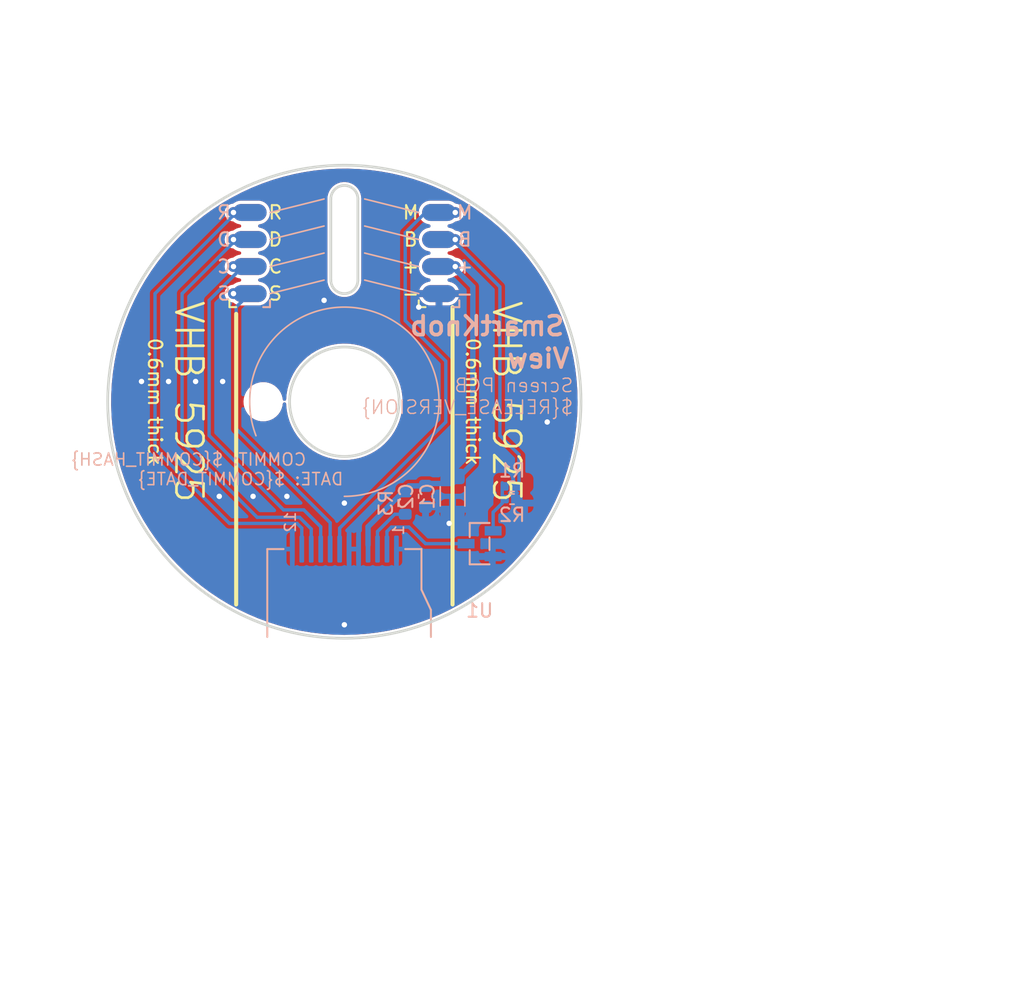
<source format=kicad_pcb>
(kicad_pcb (version 20221018) (generator pcbnew)
  (layers (0 "F.Cu" signal) (31 "B.Cu" signal) (34 "B.Paste" user) (35 "F.Paste" user) (36 "B.SilkS" user "B.Silkscreen") (37 "F.SilkS" user "F.Silkscreen") (38 "B.Mask" user) (39 "F.Mask" user) (44 "Edge.Cuts" user))
  (net 0 "")
  (net 1 "vcc")
  (net 2 "led_a")
  (net 3 "gnd")
  (net 4 "gate")
  (net 5 "led_k")
  (net 6 "backlight_en")
  (footprint "SolderPads:SolderPads_2mm_4" (layer "F.Cu") (at 156.6 102.6 90)
    (fp_text reference "J4" hide)
    (fp_text value "Conn_01x04")
    (fp_line (start -1 -1.5) (end -1 -1) (stroke (width 0.15)) (layer "F.SilkS"))
    (fp_line (start -0.5 -1.5) (end -1 -1.5) (stroke (width 0.15)) (layer "F.SilkS"))
    (pad "1" smd oval (at 0 0 90) (size 1.25 2.5) (layers "F.Cu" "F.Mask"))
    (pad "2" smd oval (at 2 0 90) (size 1.25 2.5) (layers "F.Cu" "F.Mask"))
    (pad "3" smd oval (at 4 0 90) (size 1.25 2.5) (layers "F.Cu" "F.Mask"))
    (pad "4" smd oval (at 6 0 90) (size 1.25 2.5) (layers "F.Cu" "F.Mask"))
  )
  (footprint "SolderPads:SolderPads_2mm_4" (layer "F.Cu") (at 142.6 102.6 90)
    (fp_text reference "J5" hide)
    (fp_text value "Conn_01x04")
    (fp_line (start -1 -1.5) (end -1 -1) (stroke (width 0.15)) (layer "F.SilkS"))
    (fp_line (start -0.5 -1.5) (end -1 -1.5) (stroke (width 0.15)) (layer "F.SilkS"))
    (pad "1" smd oval (at 0 0 90) (size 1.25 2.5) (layers "F.Cu" "F.Mask"))
    (pad "2" smd oval (at 2 0 90) (size 1.25 2.5) (layers "F.Cu" "F.Mask"))
    (pad "3" smd oval (at 4 0 90) (size 1.25 2.5) (layers "F.Cu" "F.Mask"))
    (pad "4" smd oval (at 6 0 90) (size 1.25 2.5) (layers "F.Cu" "F.Mask"))
  )
  (footprint "lib:R0402" (layer "B.Cu") (at 162 116.86 180)
    (fp_text reference "R1" (at 0 1.17) (layer "B.SilkS") (effects (justify mirror)))
    (fp_text value "62.5mW Thick Film Resistors ±100ppm/℃ ±1% 10kΩ 0402  Chip Resistor - Surface Mount ROHS")
    (fp_line (start -0.153641 -0.38) (end 0.153641 -0.38) (stroke (width 0.12)) (layer "B.SilkS"))
    (fp_line (start -0.153641 0.38) (end 0.153641 0.38) (stroke (width 0.12)) (layer "B.SilkS"))
    (pad "1" smd roundrect (at -0.51 0 180) (size 0.54 0.64) (layers "B.Cu" "B.Paste" "B.Mask") (net 6 "backlight_en"))
    (pad "2" smd roundrect (at 0.51 0 180) (size 0.54 0.64) (layers "B.Cu" "B.Paste" "B.Mask") (net 4 "gate"))
  )
  (footprint "lib:C0603" (layer "B.Cu") (at 155.6 117.6 -90)
    (fp_text reference "C2" (at 0 1.43 90) (layer "B.SilkS") (effects (justify mirror)))
    (fp_text value "50V 100nF X7R ±10% 0603  Multilayer Ceramic Capacitors MLCC - SMD/SMT ROHS")
    (fp_line (start -0.14058 -0.51) (end 0.14058 -0.51) (stroke (width 0.12)) (layer "B.SilkS"))
    (fp_line (start -0.14058 0.51) (end 0.14058 0.51) (stroke (width 0.12)) (layer "B.SilkS"))
    (pad "1" smd roundrect (at -0.775 0 270) (size 0.9 0.95) (layers "B.Cu" "B.Paste" "B.Mask") (net 1 "vcc"))
    (pad "2" smd roundrect (at 0.775 0 270) (size 0.9 0.95) (layers "B.Cu" "B.Paste" "B.Mask") (net 3 "gnd"))
  )
  (footprint "lib:R0402" (layer "B.Cu") (at 162 117.8)
    (fp_text reference "R2" (at 0 1.17) (layer "B.SilkS") (effects (justify mirror)))
    (fp_text value "62.5mW Thick Film Resistors ±100ppm/℃ ±1% 1MΩ 0402  Chip Resistor - Surface Mount ROHS")
    (fp_line (start -0.153641 -0.38) (end 0.153641 -0.38) (stroke (width 0.12)) (layer "B.SilkS"))
    (fp_line (start -0.153641 0.38) (end 0.153641 0.38) (stroke (width 0.12)) (layer "B.SilkS"))
    (pad "1" smd roundrect (at -0.51 0) (size 0.54 0.64) (layers "B.Cu" "B.Paste" "B.Mask") (net 4 "gate"))
    (pad "2" smd roundrect (at 0.51 0) (size 0.54 0.64) (layers "B.Cu" "B.Paste" "B.Mask") (net 3 "gnd"))
  )
  (footprint "LCD_GC9A01:GC9A01Round1.28" (layer "B.Cu") (at 149.6 121.5 90)
    (fp_text reference "J2" hide)
    (fp_text value "GC9A01")
    (fp_text user "12" (at 2 -4 90) (layer "B.SilkS") (effects (font (size 0.8 0.8) (thickness 0.12)) (justify mirror)))
    (fp_text user "1" (at 1.4 4 90) (layer "B.SilkS") (effects (font (size 0.8 0.8) (thickness 0.12)) (justify mirror)))
    (fp_line (start -6.5 6.4) (end -4.5 6.4) (stroke (width 0.15)) (layer "B.SilkS"))
    (fp_line (start -4.5 6.4) (end -3 5.7) (stroke (width 0.15)) (layer "B.SilkS"))
    (fp_line (start 0 -5.7) (end -6.5 -5.7) (stroke (width 0.15)) (layer "B.SilkS"))
    (fp_line (start 0 -5.7) (end 0 -4.5) (stroke (width 0.15)) (layer "B.SilkS"))
    (fp_line (start 0 5.7) (end -3 5.7) (stroke (width 0.15)) (layer "B.SilkS"))
    (fp_line (start 0 5.7) (end 0 4.5) (stroke (width 0.15)) (layer "B.SilkS"))
    (pad "1" smd roundrect (at 0 3.85 90) (size 2 0.35) (layers "B.Cu" "B.Paste" "B.Mask"))
    (pad "2" smd roundrect (at 0 3.15 90) (size 2 0.35) (layers "B.Cu" "B.Paste" "B.Mask"))
    (pad "3" smd roundrect (at 0 2.45 90) (size 2 0.35) (layers "B.Cu" "B.Paste" "B.Mask"))
    (pad "4" smd roundrect (at 0 1.75 90) (size 2 0.35) (layers "B.Cu" "B.Paste" "B.Mask"))
    (pad "5" smd roundrect (at 0 1.05 90) (size 2 0.35) (layers "B.Cu" "B.Paste" "B.Mask"))
    (pad "6" smd roundrect (at 0 0.35 90) (size 2 0.35) (layers "B.Cu" "B.Paste" "B.Mask"))
    (pad "7" smd roundrect (at 0 -0.35 90) (size 2 0.35) (layers "B.Cu" "B.Paste" "B.Mask"))
    (pad "8" smd roundrect (at 0 -1.05 90) (size 2 0.35) (layers "B.Cu" "B.Paste" "B.Mask"))
    (pad "9" smd roundrect (at 0 -1.75 90) (size 2 0.35) (layers "B.Cu" "B.Paste" "B.Mask"))
    (pad "10" smd roundrect (at 0 -2.45 90) (size 2 0.35) (layers "B.Cu" "B.Paste" "B.Mask"))
    (pad "11" smd roundrect (at 0 -3.15 90) (size 2 0.35) (layers "B.Cu" "B.Paste" "B.Mask"))
    (pad "12" smd roundrect (at 0 -3.85 90) (size 2 0.35) (layers "B.Cu" "B.Paste" "B.Mask"))
  )
  (footprint "SolderPads:SolderPads_2mm_4" (layer "B.Cu") (at 156.6 102.6 90)
    (fp_text reference "J1" hide)
    (fp_text value "Conn_01x04")
    (fp_line (start -1 1.5) (end -1 1) (stroke (width 0.15)) (layer "B.SilkS"))
    (fp_line (start -0.5 1.5) (end -1 1.5) (stroke (width 0.15)) (layer "B.SilkS"))
    (pad "1" smd oval (at 0 0 90) (size 1.25 2.5) (layers "B.Cu" "B.Mask"))
    (pad "2" smd oval (at 2 0 90) (size 1.25 2.5) (layers "B.Cu" "B.Mask"))
    (pad "3" smd oval (at 4 0 90) (size 1.25 2.5) (layers "B.Cu" "B.Mask"))
    (pad "4" smd oval (at 6 0 90) (size 1.25 2.5) (layers "B.Cu" "B.Mask"))
  )
  (footprint "SolderPads:SolderPads_2mm_4" (layer "B.Cu") (at 142.6 102.6 90)
    (fp_text reference "J3" hide)
    (fp_text value "Conn_01x04")
    (fp_line (start -1 1.5) (end -1 1) (stroke (width 0.15)) (layer "B.SilkS"))
    (fp_line (start -0.5 1.5) (end -1 1.5) (stroke (width 0.15)) (layer "B.SilkS"))
    (pad "1" smd oval (at 0 0 90) (size 1.25 2.5) (layers "B.Cu" "B.Mask"))
    (pad "2" smd oval (at 2 0 90) (size 1.25 2.5) (layers "B.Cu" "B.Mask"))
    (pad "3" smd oval (at 4 0 90) (size 1.25 2.5) (layers "B.Cu" "B.Mask"))
    (pad "4" smd oval (at 6 0 90) (size 1.25 2.5) (layers "B.Cu" "B.Mask"))
  )
  (footprint "lib:R0603" (layer "B.Cu") (at 154.1 118.1 -90)
    (fp_text reference "R3" (at 0 1.43 90) (layer "B.SilkS") (effects (justify mirror)))
    (fp_text value "100mW Thick Film Resistors ±100ppm/℃ ±1% 22Ω 0603  Chip Resistor - Surface Mount ROHS")
    (fp_line (start -0.237258 -0.5225) (end 0.237258 -0.5225) (stroke (width 0.12)) (layer "B.SilkS"))
    (fp_line (start -0.237258 0.5225) (end 0.237258 0.5225) (stroke (width 0.12)) (layer "B.SilkS"))
    (pad "1" smd roundrect (at -0.825 0 270) (size 0.8 0.95) (layers "B.Cu" "B.Paste" "B.Mask") (net 1 "vcc"))
    (pad "2" smd roundrect (at 0.825 0 270) (size 0.8 0.95) (layers "B.Cu" "B.Paste" "B.Mask") (net 2 "led_a"))
  )
  (footprint "lib:C1206" (layer "B.Cu") (at 157.6 117.6 -90)
    (fp_text reference "C1" (at 0 1.85 90) (layer "B.SilkS") (effects (justify mirror)))
    (fp_text value "25V 22uF X5R ±10% 1206  Multilayer Ceramic Capacitors MLCC - SMD/SMT ROHS")
    (fp_line (start -0.711252 -0.91) (end 0.711252 -0.91) (stroke (width 0.12)) (layer "B.SilkS"))
    (fp_line (start -0.711252 0.91) (end 0.711252 0.91) (stroke (width 0.12)) (layer "B.SilkS"))
    (pad "1" smd roundrect (at -1.475 0 270) (size 1.15 1.8) (layers "B.Cu" "B.Paste" "B.Mask") (roundrect_rratio 0.217391) (net 1 "vcc"))
    (pad "2" smd roundrect (at 1.475 0 270) (size 1.15 1.8) (layers "B.Cu" "B.Paste" "B.Mask") (roundrect_rratio 0.217391) (net 3 "gnd"))
  )
  (footprint "lib:SOT-23-3_L2.9-W1.3-P1.90-LS2.4-BR" (layer "B.Cu") (at 159.6 121.1)
    (fp_text reference "U1" (at 0 4.95) (layer "B.SilkS") (effects (justify mirror)))
    (fp_text value "")
    (fp_line (start -0.73 -1.53) (end -0.73 -0.49) (stroke (width 0.15)) (layer "B.SilkS"))
    (fp_line (start -0.73 1.53) (end -0.73 0.49) (stroke (width 0.15)) (layer "B.SilkS"))
    (fp_line (start 0.73 -1.53) (end -0.73 -1.53) (stroke (width 0.15)) (layer "B.SilkS"))
    (fp_line (start 0.73 0.46) (end 0.73 -0.46) (stroke (width 0.15)) (layer "B.SilkS"))
    (fp_line (start 0.73 1.53) (end -0.73 1.53) (stroke (width 0.15)) (layer "B.SilkS"))
    (pad "1" smd rect (at 1 -0.95) (size 1.25 0.7) (layers "B.Cu" "B.Paste" "B.Mask") (net 4 "gate"))
    (pad "2" smd rect (at 1 0.95) (size 1.25 0.7) (layers "B.Cu" "B.Paste" "B.Mask") (net 3 "gnd"))
    (pad "3" smd rect (at -1 0) (size 1.25 0.7) (layers "B.Cu" "B.Paste" "B.Mask") (net 5 "led_k"))
  )
  (gr_arc (start 143.066581 113.112854) (mid 153.562955 104.829819) (end 149.6 117.6) (stroke (width 0.12)) (layer "B.SilkS"))
  (gr_line (start 148.1 97.6) (end 144.1 98.6) (stroke (width 0.12)) (layer "B.SilkS"))
  (gr_line (start 148.1 101.6) (end 144.1 102.6) (stroke (width 0.12)) (layer "B.SilkS"))
  (gr_line (start 151.1 101.6) (end 155.1 102.6) (stroke (width 0.12)) (layer "B.SilkS"))
  (gr_line (start 151.1 99.6) (end 155.1 100.6) (stroke (width 0.12)) (layer "B.SilkS"))
  (gr_line (start 148.1 99.6) (end 144.1 100.6) (stroke (width 0.12)) (layer "B.SilkS"))
  (gr_line (start 151.1 97.6) (end 155.1 98.6) (stroke (width 0.12)) (layer "B.SilkS"))
  (gr_line (start 148.1 95.6) (end 144.1 96.6) (stroke (width 0.12)) (layer "B.SilkS"))
  (gr_line (start 151.1 95.6) (end 155.1 96.6) (stroke (width 0.12)) (layer "B.SilkS"))
  (gr_line (start 157.6 103.6) (end 157.6 125.6) (stroke (width 0.3)) (layer "F.SilkS"))
  (gr_line (start 141.6 104.1) (end 141.6 125.6) (stroke (width 0.3)) (layer "F.SilkS"))
  (gr_line (start 150.6 101.6) (end 150.6 95.6) (stroke (width 0.2)) (layer "Edge.Cuts"))
  (gr_circle (center 149.6 110.6) (end 167.1 110.6) (stroke (width 0.2)) (fill none) (layer "Edge.Cuts"))
  (gr_arc (start 148.6 95.6) (mid 149.6 94.6) (end 150.6 95.6) (stroke (width 0.2)) (layer "Edge.Cuts"))
  (gr_arc (start 150.6 101.6) (mid 149.6 102.6) (end 148.6 101.6) (stroke (width 0.2)) (layer "Edge.Cuts"))
  (gr_line (start 148.6 95.6) (end 148.6 101.6) (stroke (width 0.2)) (layer "Edge.Cuts"))
  (gr_circle (center 149.6 110.6) (end 153.65 110.6) (stroke (width 0.2)) (fill none) (layer "Edge.Cuts"))
  (gr_text "    COMMIT: ${COMMIT_HASH}\nDATE: ${COMMIT_DATE}\n" (at 149.6 115.6) (layer "B.SilkS") (effects (font (size 0.9 0.9) (thickness 0.12)) (justify left mirror)))
  (gr_text "-" (at 158.5 102.6) (layer "B.SilkS") (effects (font (size 1 1)) (justify mirror)))
  (gr_text "Screen PCB\n${RELEASE_VERSION}" (at 166.6 110.2) (layer "B.SilkS") (effects (font (size 1 1) (thickness 0.1)) (justify left mirror)))
  (gr_text "D" (at 140.7 98.6) (layer "B.SilkS") (effects (font (size 1 1)) (justify mirror)))
  (gr_text "S" (at 140.7 102.6) (layer "B.SilkS") (effects (font (size 1 1)) (justify mirror)))
  (gr_text "SmartKnob" (at 166 105) (layer "B.SilkS") (effects (font (size 1.4 1.4) (thickness 0.27)) (justify left mirror)))
  (gr_text "R" (at 140.7 96.6) (layer "B.SilkS") (effects (font (size 1 1)) (justify mirror)))
  (gr_text "C" (at 140.7 100.6) (layer "B.SilkS") (effects (font (size 1 1)) (justify mirror)))
  (gr_text "M" (at 158.5 96.6) (layer "B.SilkS") (effects (font (size 1 1)) (justify mirror)))
  (gr_text "View" (at 166.4 107.4) (layer "B.SilkS") (effects (font (size 1.4 1.4) (thickness 0.27)) (justify left mirror)))
  (gr_text "B" (at 158.5 98.6) (layer "B.SilkS") (effects (font (size 1 1)) (justify mirror)))
  (gr_text "+" (at 158.5 100.6) (layer "B.SilkS") (effects (font (size 1 1)) (justify mirror)))
  (gr_text "R" (at 144.5 96.6) (layer "F.SilkS") (effects (font (size 1 1))))
  (gr_text "VHB 5925" (at 161.6 110.6 -90) (layer "F.SilkS") (effects (font (size 2 2) (thickness 0.2))))
  (gr_text "0.6mm thick" (at 159.1 110.6 -90) (layer "F.SilkS") (effects (font (size 1 1))))
  (gr_text "VHB 5925" (at 138.1 110.6 -90) (layer "F.SilkS") (effects (font (size 2 2) (thickness 0.2))))
  (gr_text "B" (at 154.5 98.6) (layer "F.SilkS") (effects (font (size 1 1))))
  (gr_text "M" (at 154.5 96.6) (layer "F.SilkS") (effects (font (size 1 1))))
  (gr_text "+" (at 154.5 100.6) (layer "F.SilkS") (effects (font (size 1 1))))
  (gr_text "C" (at 144.5 100.6) (layer "F.SilkS") (effects (font (size 1 1))))
  (gr_text "D" (at 144.5 98.6) (layer "F.SilkS") (effects (font (size 1 1))))
  (gr_text "S" (at 144.5 102.6) (layer "F.SilkS") (effects (font (size 1 1))))
  (gr_text "0.6mm thick" (at 135.6 110.6 -90) (layer "F.SilkS") (effects (font (size 1 1))))
  (gr_text "-" (at 154.5 102.6) (layer "F.SilkS") (effects (font (size 1 1))))
  (via (at 141.4 100.6) (size 0.8) (drill 0.4) (layers "F.Cu" "B.Cu") (net 0))
  (via (at 141.4 98.6) (size 0.8) (drill 0.4) (layers "F.Cu" "B.Cu") (net 0))
  (via (at 141.4 102.6) (size 0.8) (drill 0.4) (layers "F.Cu" "B.Cu") (net 0))
  (via (at 157.8 96.6) (size 0.8) (drill 0.4) (layers "F.Cu" "B.Cu") (net 0))
  (via (at 141.4 96.6) (size 0.8) (drill 0.4) (layers "F.Cu" "B.Cu") (net 0))
  (segment (start 157.1 107.6) (end 154.1 104.6) (width 0.25) (layer "B.Cu") (net 0))
  (segment (start 146.45 121.2) (end 146.45 119.95) (width 0.25) (layer "B.Cu") (net 0))
  (segment (start 146.45 119.95) (end 146.1 119.6) (width 0.25) (layer "B.Cu") (net 0))
  (segment (start 141.1 119.6) (end 135.6 114.1) (width 0.25) (layer "B.Cu") (net 0))
  (segment (start 148.55 119.55) (end 141.6 112.6) (width 0.25) (layer "B.Cu") (net 0))
  (segment (start 143.149991 119.149991) (end 146.286401 119.149991) (width 0.25) (layer "B.Cu") (net 0))
  (segment (start 155.6 96.6) (end 156.6 96.6) (width 0.25) (layer "B.Cu") (net 0))
  (segment (start 147.85 121.2) (end 147.85 119.85) (width 0.25) (layer "B.Cu") (net 0))
  (segment (start 146.286401 119.149991) (end 147.15 120.013589) (width 0.25) (layer "B.Cu") (net 0))
  (segment (start 145.1 118.6) (end 139.6 113.1) (width 0.25) (layer "B.Cu") (net 0))
  (segment (start 135.6 102.6) (end 141.6 96.6) (width 0.25) (layer "B.Cu") (net 0))
  (segment (start 141.6 98.6) (end 137.6 102.6) (width 0.25) (layer "B.Cu") (net 0))
  (segment (start 148.55 121.2) (end 148.55 119.55) (width 0.25) (layer "B.Cu") (net 0))
  (segment (start 146.1 119.6) (end 141.1 119.6) (width 0.25) (layer "B.Cu") (net 0))
  (segment (start 135.6 114.1) (end 135.6 102.6) (width 0.25) (layer "B.Cu") (net 0))
  (segment (start 149.25 121.2) (end 149.25 119.95) (width 0.25) (layer "B.Cu") (net 0))
  (segment (start 147.15 120.013589) (end 147.15 121.2) (width 0.25) (layer "B.Cu") (net 0))
  (segment (start 146.6 118.6) (end 145.1 118.6) (width 0.25) (layer "B.Cu") (net 0))
  (segment (start 149.25 119.95) (end 157.1 112.1) (width 0.25) (layer "B.Cu") (net 0))
  (segment (start 139.6 103.1) (end 142.1 100.6) (width 0.25) (layer "B.Cu") (net 0))
  (segment (start 137.6 113.6) (end 143.149991 119.149991) (width 0.25) (layer "B.Cu") (net 0))
  (segment (start 139.6 113.1) (end 139.6 103.1) (width 0.25) (layer "B.Cu") (net 0))
  (segment (start 157.1 112.1) (end 157.1 107.6) (width 0.25) (layer "B.Cu") (net 0))
  (segment (start 142.6 98.6) (end 141.6 98.6) (width 0.25) (layer "B.Cu") (net 0))
  (segment (start 154.1 104.6) (end 154.1 98.1) (width 0.25) (layer "B.Cu") (net 0))
  (segment (start 154.1 98.1) (end 155.6 96.6) (width 0.25) (layer "B.Cu") (net 0))
  (segment (start 141.6 112.6) (end 141.6 103.6) (width 0.25) (layer "B.Cu") (net 0))
  (segment (start 137.6 102.6) (end 137.6 113.6) (width 0.25) (layer "B.Cu") (net 0))
  (segment (start 141.6 96.6) (end 142.6 96.6) (width 0.25) (layer "B.Cu") (net 0))
  (segment (start 147.85 119.85) (end 146.6 118.6) (width 0.25) (layer "B.Cu") (net 0))
  (segment (start 142.1 100.6) (end 142.6 100.6) (width 0.25) (layer "B.Cu") (net 0))
  (segment (start 141.6 103.6) (end 142.6 102.6) (width 0.25) (layer "B.Cu") (net 0))
  (via (at 157.8 100.6) (size 0.8) (drill 0.4) (layers "F.Cu" "B.Cu") (net 1))
  (segment (start 157.6 100.6) (end 156.6 100.6) (width 0.4) (layer "B.Cu") (net 1))
  (segment (start 157.6 116.65) (end 155.775 116.65) (width 0.4) (layer "B.Cu") (net 1))
  (segment (start 159.1 115.15) (end 157.6 116.65) (width 0.4) (layer "B.Cu") (net 1))
  (segment (start 157.6 100.6) (end 159.1 102.1) (width 0.4) (layer "B.Cu") (net 1))
  (segment (start 155.775 116.65) (end 155.6 116.825) (width 0.25) (layer "B.Cu") (net 1))
  (segment (start 151.35 119.85) (end 151.35 121.2) (width 0.4) (layer "B.Cu") (net 1))
  (segment (start 154.375 116.825) (end 151.35 119.85) (width 0.4) (layer "B.Cu") (net 1))
  (segment (start 155.6 116.825) (end 154.375 116.825) (width 0.4) (layer "B.Cu") (net 1))
  (segment (start 159.1 102.1) (end 159.1 115.15) (width 0.4) (layer "B.Cu") (net 1))
  (segment (start 153.325 118.925) (end 154.1 118.925) (width 0.25) (layer "B.Cu") (net 2))
  (segment (start 152.05 120.2) (end 153.325 118.925) (width 0.25) (layer "B.Cu") (net 2))
  (segment (start 152.05 121.2) (end 152.05 120.2) (width 0.25) (layer "B.Cu") (net 2))
  (via (at 142.85 117.6) (size 0.8) (drill 0.4) (layers "F.Cu" "B.Cu") (net 3))
  (via (at 136.6 109.1) (size 0.8) (drill 0.4) (layers "F.Cu" "B.Cu") (net 3))
  (via (at 140.35 117.6) (size 0.8) (drill 0.4) (layers "F.Cu" "B.Cu") (net 3))
  (via (at 148.1 103.1) (size 0.8) (drill 0.4) (layers "F.Cu" "B.Cu") (net 3))
  (via (at 138.6 109.1) (size 0.8) (drill 0.4) (layers "F.Cu" "B.Cu") (net 3))
  (via (at 140.6 109.1) (size 0.8) (drill 0.4) (layers "F.Cu" "B.Cu") (net 3))
  (via (at 155.1 103.6) (size 0.8) (drill 0.4) (layers "F.Cu" "B.Cu") (net 3))
  (via (at 157.35 119.6) (size 0.8) (drill 0.4) (layers "F.Cu" "B.Cu") (net 3))
  (via (at 149.6 127.1) (size 0.8) (drill 0.4) (layers "F.Cu" "B.Cu") (net 3))
  (via (at 149.6 118.1) (size 0.8) (drill 0.4) (layers "F.Cu" "B.Cu") (net 3))
  (via (at 164.6 112.1) (size 0.8) (drill 0.4) (layers "F.Cu" "B.Cu") (net 3))
  (via (at 145.35 117.6) (size 0.8) (drill 0.4) (layers "F.Cu" "B.Cu") (net 3))
  (via (at 134.6 109.1) (size 0.8) (drill 0.4) (layers "F.Cu" "B.Cu") (net 3))
  (segment (start 160.6 118.775) (end 161.275 118.1) (width 0.25) (layer "B.Cu") (net 4))
  (segment (start 160.6 120.15) (end 160.6 118.775) (width 0.25) (layer "B.Cu") (net 4))
  (segment (start 161.275 116.6) (end 161.275 118.1) (width 0.25) (layer "B.Cu") (net 4))
  (segment (start 155.6 121.1) (end 158.6 121.1) (width 0.25) (layer "B.Cu") (net 5))
  (segment (start 154.37499 119.87499) (end 155.6 121.1) (width 0.25) (layer "B.Cu") (net 5))
  (segment (start 152.75 121.2) (end 152.75 120.2) (width 0.25) (layer "B.Cu") (net 5))
  (segment (start 153.07501 119.87499) (end 154.37499 119.87499) (width 0.25) (layer "B.Cu") (net 5))
  (segment (start 152.75 120.2) (end 153.07501 119.87499) (width 0.25) (layer "B.Cu") (net 5))
  (via (at 157.8 98.6) (size 0.8) (drill 0.4) (layers "F.Cu" "B.Cu") (net 6))
  (segment (start 156.6 98.6) (end 157.6 98.6) (width 0.25) (layer "B.Cu") (net 6))
  (segment (start 162.51 114.51) (end 162.51 116.86) (width 0.25) (layer "B.Cu") (net 6))
  (segment (start 157.6 98.6) (end 161.1 102.1) (width 0.25) (layer "B.Cu") (net 6))
  (segment (start 161.1 102.1) (end 161.1 113.1) (width 0.25) (layer "B.Cu") (net 6))
  (segment (start 161.1 113.1) (end 162.51 114.51) (width 0.25) (layer "B.Cu") (net 6))
  (zone (net 3) (net_name "gnd") (layer "F.Cu") (connect_pads (clearance 0.254)) (min_thickness 0.254) (fill yes (thermal_gap 0.254) (thermal_bridge_width 0.508))
    (polygon (pts (xy 169.6 130.6) (xy 129.6 130.6) (xy 129.6 90.6) (xy 169.6 90.6)))
  )
  (zone (net 3) (net_name "gnd") (layer "B.Cu") (connect_pads (clearance 0.254)) (min_thickness 0.254) (fill yes (thermal_gap 0.254) (thermal_bridge_width 0.508))
    (polygon (pts (xy 169.6 130.6) (xy 129.6 130.6) (xy 129.6 90.6) (xy 169.6 90.6)))
  )
)
</source>
